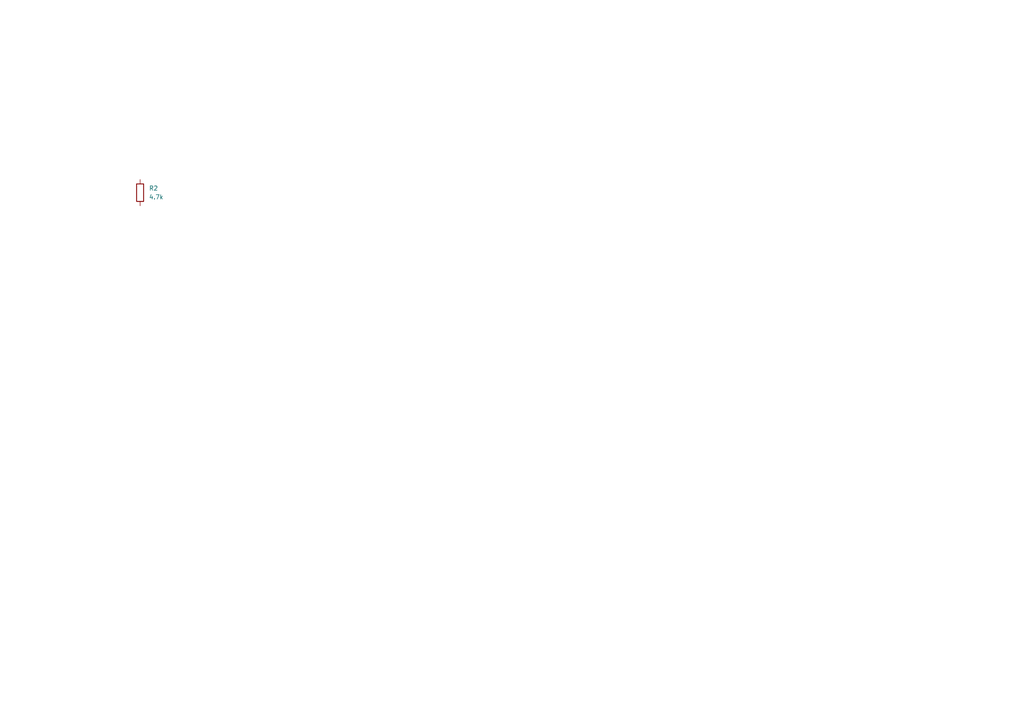
<source format=kicad_sch>
(kicad_sch (version 20231120) (generator "circuit-synth") (generator_version "0.11.1")
  (paper "A4")
  (lib_symbols
    (symbol "Device:R" (pin_numbers (hide yes)) (pin_names (offset 0))
      (property "Reference" "R" (at 2.032 0 90))
      (property "Value" "R" (at 0 0 90))
      (symbol "R_0_1"
        (rectangle (start -1.016 -2.54) (end 1.016 2.54) (stroke (width 0.254)))
      )
      (symbol "R_1_1"
        (pin passive line (at 0 3.81 270) (length 1.27) (name "~") (number "1"))
        (pin passive line (at 0 -3.81 90) (length 1.27) (name "~") (number "2"))
      )
    )
  )
  (symbol (lib_id "Device:R") (at 40.64 55.88 0) (unit 1)
    (property "Reference" "R2" (at 43.18 54.6099 0) (effects (justify left)))
    (property "Value" "4.7k" (at 43.18 57.1499 0) (effects (justify left)))
    (property "Footprint" "Resistor_SMD:R_0603_1608Metric" (effects (hide yes)))
  )
)
</source>
